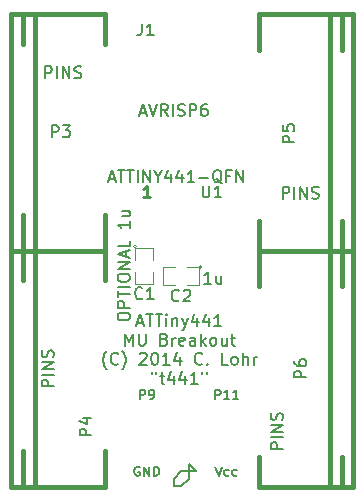
<source format=gto>
G04 (created by PCBNEW (2013-jul-07)-stable) date Wed 04 Feb 2015 01:06:01 PM EST*
%MOIN*%
G04 Gerber Fmt 3.4, Leading zero omitted, Abs format*
%FSLAX34Y34*%
G01*
G70*
G90*
G04 APERTURE LIST*
%ADD10C,0.00590551*%
%ADD11C,0.008*%
%ADD12C,0.00787402*%
%ADD13C,0.00984252*%
%ADD14C,0.0039*%
%ADD15C,0.015*%
G04 APERTURE END LIST*
G54D10*
G54D11*
X28029Y-24063D02*
X28219Y-24063D01*
X27991Y-24177D02*
X28124Y-23777D01*
X28257Y-24177D01*
X28333Y-23777D02*
X28562Y-23777D01*
X28448Y-24177D02*
X28448Y-23777D01*
X28638Y-23777D02*
X28867Y-23777D01*
X28752Y-24177D02*
X28752Y-23777D01*
X29000Y-24177D02*
X29000Y-23910D01*
X29000Y-23777D02*
X28981Y-23796D01*
X29000Y-23815D01*
X29019Y-23796D01*
X29000Y-23777D01*
X29000Y-23815D01*
X29191Y-23910D02*
X29191Y-24177D01*
X29191Y-23949D02*
X29210Y-23930D01*
X29248Y-23910D01*
X29305Y-23910D01*
X29343Y-23930D01*
X29362Y-23968D01*
X29362Y-24177D01*
X29514Y-23910D02*
X29610Y-24177D01*
X29705Y-23910D02*
X29610Y-24177D01*
X29571Y-24272D01*
X29552Y-24291D01*
X29514Y-24310D01*
X30029Y-23910D02*
X30029Y-24177D01*
X29933Y-23758D02*
X29838Y-24044D01*
X30086Y-24044D01*
X30410Y-23910D02*
X30410Y-24177D01*
X30314Y-23758D02*
X30219Y-24044D01*
X30467Y-24044D01*
X30829Y-24177D02*
X30600Y-24177D01*
X30714Y-24177D02*
X30714Y-23777D01*
X30676Y-23834D01*
X30638Y-23872D01*
X30600Y-23891D01*
X27619Y-24817D02*
X27619Y-24417D01*
X27752Y-24703D01*
X27886Y-24417D01*
X27886Y-24817D01*
X28076Y-24417D02*
X28076Y-24741D01*
X28095Y-24779D01*
X28114Y-24798D01*
X28152Y-24817D01*
X28229Y-24817D01*
X28267Y-24798D01*
X28286Y-24779D01*
X28305Y-24741D01*
X28305Y-24417D01*
X28933Y-24608D02*
X28991Y-24627D01*
X29010Y-24646D01*
X29029Y-24684D01*
X29029Y-24741D01*
X29010Y-24779D01*
X28991Y-24798D01*
X28952Y-24817D01*
X28800Y-24817D01*
X28800Y-24417D01*
X28933Y-24417D01*
X28971Y-24436D01*
X28991Y-24455D01*
X29010Y-24493D01*
X29010Y-24531D01*
X28991Y-24570D01*
X28971Y-24589D01*
X28933Y-24608D01*
X28800Y-24608D01*
X29200Y-24817D02*
X29200Y-24550D01*
X29200Y-24627D02*
X29219Y-24589D01*
X29238Y-24570D01*
X29276Y-24550D01*
X29314Y-24550D01*
X29600Y-24798D02*
X29562Y-24817D01*
X29486Y-24817D01*
X29448Y-24798D01*
X29429Y-24760D01*
X29429Y-24608D01*
X29448Y-24570D01*
X29486Y-24550D01*
X29562Y-24550D01*
X29600Y-24570D01*
X29619Y-24608D01*
X29619Y-24646D01*
X29429Y-24684D01*
X29962Y-24817D02*
X29962Y-24608D01*
X29943Y-24570D01*
X29905Y-24550D01*
X29829Y-24550D01*
X29791Y-24570D01*
X29962Y-24798D02*
X29924Y-24817D01*
X29829Y-24817D01*
X29791Y-24798D01*
X29771Y-24760D01*
X29771Y-24722D01*
X29791Y-24684D01*
X29829Y-24665D01*
X29924Y-24665D01*
X29962Y-24646D01*
X30152Y-24817D02*
X30152Y-24417D01*
X30191Y-24665D02*
X30305Y-24817D01*
X30305Y-24550D02*
X30152Y-24703D01*
X30533Y-24817D02*
X30495Y-24798D01*
X30476Y-24779D01*
X30457Y-24741D01*
X30457Y-24627D01*
X30476Y-24589D01*
X30495Y-24570D01*
X30533Y-24550D01*
X30591Y-24550D01*
X30629Y-24570D01*
X30648Y-24589D01*
X30667Y-24627D01*
X30667Y-24741D01*
X30648Y-24779D01*
X30629Y-24798D01*
X30591Y-24817D01*
X30533Y-24817D01*
X31010Y-24550D02*
X31010Y-24817D01*
X30838Y-24550D02*
X30838Y-24760D01*
X30857Y-24798D01*
X30895Y-24817D01*
X30952Y-24817D01*
X30991Y-24798D01*
X31010Y-24779D01*
X31143Y-24550D02*
X31295Y-24550D01*
X31200Y-24417D02*
X31200Y-24760D01*
X31219Y-24798D01*
X31257Y-24817D01*
X31295Y-24817D01*
X27010Y-25610D02*
X26991Y-25590D01*
X26952Y-25533D01*
X26933Y-25495D01*
X26914Y-25438D01*
X26895Y-25343D01*
X26895Y-25267D01*
X26914Y-25171D01*
X26933Y-25114D01*
X26952Y-25076D01*
X26991Y-25019D01*
X27010Y-25000D01*
X27391Y-25419D02*
X27371Y-25438D01*
X27314Y-25457D01*
X27276Y-25457D01*
X27219Y-25438D01*
X27181Y-25400D01*
X27162Y-25362D01*
X27143Y-25286D01*
X27143Y-25229D01*
X27162Y-25152D01*
X27181Y-25114D01*
X27219Y-25076D01*
X27276Y-25057D01*
X27314Y-25057D01*
X27371Y-25076D01*
X27391Y-25095D01*
X27524Y-25610D02*
X27543Y-25590D01*
X27581Y-25533D01*
X27600Y-25495D01*
X27619Y-25438D01*
X27638Y-25343D01*
X27638Y-25267D01*
X27619Y-25171D01*
X27600Y-25114D01*
X27581Y-25076D01*
X27543Y-25019D01*
X27524Y-25000D01*
X28114Y-25095D02*
X28133Y-25076D01*
X28171Y-25057D01*
X28267Y-25057D01*
X28305Y-25076D01*
X28324Y-25095D01*
X28343Y-25133D01*
X28343Y-25171D01*
X28324Y-25229D01*
X28095Y-25457D01*
X28343Y-25457D01*
X28591Y-25057D02*
X28629Y-25057D01*
X28667Y-25076D01*
X28686Y-25095D01*
X28705Y-25133D01*
X28724Y-25210D01*
X28724Y-25305D01*
X28705Y-25381D01*
X28686Y-25419D01*
X28667Y-25438D01*
X28629Y-25457D01*
X28591Y-25457D01*
X28552Y-25438D01*
X28533Y-25419D01*
X28514Y-25381D01*
X28495Y-25305D01*
X28495Y-25210D01*
X28514Y-25133D01*
X28533Y-25095D01*
X28552Y-25076D01*
X28591Y-25057D01*
X29105Y-25457D02*
X28876Y-25457D01*
X28991Y-25457D02*
X28991Y-25057D01*
X28952Y-25114D01*
X28914Y-25152D01*
X28876Y-25171D01*
X29448Y-25190D02*
X29448Y-25457D01*
X29352Y-25038D02*
X29257Y-25324D01*
X29505Y-25324D01*
X30191Y-25419D02*
X30171Y-25438D01*
X30114Y-25457D01*
X30076Y-25457D01*
X30019Y-25438D01*
X29981Y-25400D01*
X29962Y-25362D01*
X29943Y-25286D01*
X29943Y-25229D01*
X29962Y-25152D01*
X29981Y-25114D01*
X30019Y-25076D01*
X30076Y-25057D01*
X30114Y-25057D01*
X30171Y-25076D01*
X30191Y-25095D01*
X30362Y-25419D02*
X30381Y-25438D01*
X30362Y-25457D01*
X30343Y-25438D01*
X30362Y-25419D01*
X30362Y-25457D01*
X31048Y-25457D02*
X30857Y-25457D01*
X30857Y-25057D01*
X31238Y-25457D02*
X31200Y-25438D01*
X31181Y-25419D01*
X31162Y-25381D01*
X31162Y-25267D01*
X31181Y-25229D01*
X31200Y-25210D01*
X31238Y-25190D01*
X31295Y-25190D01*
X31333Y-25210D01*
X31352Y-25229D01*
X31371Y-25267D01*
X31371Y-25381D01*
X31352Y-25419D01*
X31333Y-25438D01*
X31295Y-25457D01*
X31238Y-25457D01*
X31543Y-25457D02*
X31543Y-25057D01*
X31714Y-25457D02*
X31714Y-25248D01*
X31695Y-25210D01*
X31657Y-25190D01*
X31600Y-25190D01*
X31562Y-25210D01*
X31543Y-25229D01*
X31905Y-25457D02*
X31905Y-25190D01*
X31905Y-25267D02*
X31924Y-25229D01*
X31943Y-25210D01*
X31981Y-25190D01*
X32019Y-25190D01*
X28514Y-25697D02*
X28514Y-25773D01*
X28667Y-25697D02*
X28667Y-25773D01*
X28781Y-25830D02*
X28933Y-25830D01*
X28838Y-25697D02*
X28838Y-26040D01*
X28857Y-26078D01*
X28895Y-26097D01*
X28933Y-26097D01*
X29238Y-25830D02*
X29238Y-26097D01*
X29143Y-25678D02*
X29048Y-25964D01*
X29295Y-25964D01*
X29619Y-25830D02*
X29619Y-26097D01*
X29524Y-25678D02*
X29429Y-25964D01*
X29676Y-25964D01*
X30038Y-26097D02*
X29810Y-26097D01*
X29924Y-26097D02*
X29924Y-25697D01*
X29886Y-25754D01*
X29848Y-25792D01*
X29810Y-25811D01*
X30191Y-25697D02*
X30191Y-25773D01*
X30343Y-25697D02*
X30343Y-25773D01*
G54D12*
X29500Y-29500D02*
X29250Y-29500D01*
X29750Y-29250D02*
X29500Y-29500D01*
X29750Y-29000D02*
X29750Y-29250D01*
X29750Y-28750D02*
X29750Y-29000D01*
X30000Y-29000D02*
X29750Y-28750D01*
X29750Y-29000D02*
X30000Y-29000D01*
X29750Y-28750D02*
X29750Y-29000D01*
X29750Y-29000D02*
X29750Y-28750D01*
X29500Y-29000D02*
X29750Y-29000D01*
X29250Y-29250D02*
X29500Y-29000D01*
X29250Y-29500D02*
X29250Y-29250D01*
G54D13*
X28458Y-19883D02*
X28233Y-19883D01*
X28346Y-19883D02*
X28346Y-19490D01*
X28308Y-19546D01*
X28271Y-19583D01*
X28233Y-19602D01*
G54D14*
X30200Y-22200D02*
G75*
G03X30200Y-22200I-50J0D01*
G74*
G01*
X29700Y-22200D02*
X30100Y-22200D01*
X30100Y-22200D02*
X30100Y-22800D01*
X30100Y-22800D02*
X29700Y-22800D01*
X29300Y-22800D02*
X28900Y-22800D01*
X28900Y-22800D02*
X28900Y-22200D01*
X28900Y-22200D02*
X29300Y-22200D01*
X28017Y-21515D02*
G75*
G03X28017Y-21515I-50J0D01*
G74*
G01*
X27967Y-21965D02*
X27967Y-21565D01*
X27967Y-21565D02*
X28567Y-21565D01*
X28567Y-21565D02*
X28567Y-21965D01*
X28567Y-22365D02*
X28567Y-22765D01*
X28567Y-22765D02*
X27967Y-22765D01*
X27967Y-22765D02*
X27967Y-22365D01*
G54D15*
X26968Y-13779D02*
X23818Y-13779D01*
X26968Y-21653D02*
X23818Y-21653D01*
X23818Y-21653D02*
X23818Y-13779D01*
X24606Y-13779D02*
X24606Y-21653D01*
X26968Y-20472D02*
X26968Y-21653D01*
X24212Y-21653D02*
X24212Y-20472D01*
X26968Y-14763D02*
X26968Y-13779D01*
X24212Y-13779D02*
X24212Y-14763D01*
X26968Y-21653D02*
X23818Y-21653D01*
X26968Y-29527D02*
X23818Y-29527D01*
X23818Y-29527D02*
X23818Y-21653D01*
X24606Y-21653D02*
X24606Y-29527D01*
X26968Y-28346D02*
X26968Y-29527D01*
X24212Y-29527D02*
X24212Y-28346D01*
X26968Y-22637D02*
X26968Y-21653D01*
X24212Y-21653D02*
X24212Y-22637D01*
X32086Y-21653D02*
X35236Y-21653D01*
X32086Y-13779D02*
X35236Y-13779D01*
X35236Y-13779D02*
X35236Y-21653D01*
X34448Y-21653D02*
X34448Y-13779D01*
X32086Y-14960D02*
X32086Y-13779D01*
X34842Y-13779D02*
X34842Y-14960D01*
X32086Y-20669D02*
X32086Y-21653D01*
X34842Y-21653D02*
X34842Y-20669D01*
X32086Y-29527D02*
X35236Y-29527D01*
X32086Y-21653D02*
X35236Y-21653D01*
X35236Y-21653D02*
X35236Y-29527D01*
X34448Y-29527D02*
X34448Y-21653D01*
X32086Y-22834D02*
X32086Y-21653D01*
X34842Y-21653D02*
X34842Y-22834D01*
X32086Y-28543D02*
X32086Y-29527D01*
X34842Y-29527D02*
X34842Y-28543D01*
G54D10*
X29422Y-23310D02*
X29403Y-23329D01*
X29347Y-23348D01*
X29310Y-23348D01*
X29253Y-23329D01*
X29216Y-23292D01*
X29197Y-23254D01*
X29178Y-23179D01*
X29178Y-23123D01*
X29197Y-23048D01*
X29216Y-23010D01*
X29253Y-22973D01*
X29310Y-22954D01*
X29347Y-22954D01*
X29403Y-22973D01*
X29422Y-22992D01*
X29572Y-22992D02*
X29591Y-22973D01*
X29628Y-22954D01*
X29722Y-22954D01*
X29760Y-22973D01*
X29778Y-22992D01*
X29797Y-23029D01*
X29797Y-23067D01*
X29778Y-23123D01*
X29553Y-23348D01*
X29797Y-23348D01*
X30485Y-22757D02*
X30260Y-22757D01*
X30373Y-22757D02*
X30373Y-22364D01*
X30335Y-22420D01*
X30298Y-22457D01*
X30260Y-22476D01*
X30823Y-22495D02*
X30823Y-22757D01*
X30654Y-22495D02*
X30654Y-22701D01*
X30673Y-22739D01*
X30710Y-22757D01*
X30766Y-22757D01*
X30804Y-22739D01*
X30823Y-22720D01*
X28202Y-23232D02*
X28183Y-23250D01*
X28127Y-23269D01*
X28089Y-23269D01*
X28033Y-23250D01*
X27995Y-23213D01*
X27977Y-23175D01*
X27958Y-23100D01*
X27958Y-23044D01*
X27977Y-22969D01*
X27995Y-22932D01*
X28033Y-22894D01*
X28089Y-22875D01*
X28127Y-22875D01*
X28183Y-22894D01*
X28202Y-22913D01*
X28577Y-23269D02*
X28352Y-23269D01*
X28464Y-23269D02*
X28464Y-22875D01*
X28427Y-22932D01*
X28389Y-22969D01*
X28352Y-22988D01*
X27380Y-23889D02*
X27380Y-23814D01*
X27399Y-23776D01*
X27436Y-23739D01*
X27511Y-23720D01*
X27643Y-23720D01*
X27718Y-23739D01*
X27755Y-23776D01*
X27774Y-23814D01*
X27774Y-23889D01*
X27755Y-23926D01*
X27718Y-23964D01*
X27643Y-23982D01*
X27511Y-23982D01*
X27436Y-23964D01*
X27399Y-23926D01*
X27380Y-23889D01*
X27774Y-23551D02*
X27380Y-23551D01*
X27380Y-23401D01*
X27399Y-23364D01*
X27418Y-23345D01*
X27455Y-23326D01*
X27511Y-23326D01*
X27549Y-23345D01*
X27568Y-23364D01*
X27586Y-23401D01*
X27586Y-23551D01*
X27380Y-23214D02*
X27380Y-22989D01*
X27774Y-23101D02*
X27380Y-23101D01*
X27774Y-22858D02*
X27380Y-22858D01*
X27380Y-22595D02*
X27380Y-22520D01*
X27399Y-22483D01*
X27436Y-22445D01*
X27511Y-22426D01*
X27643Y-22426D01*
X27718Y-22445D01*
X27755Y-22483D01*
X27774Y-22520D01*
X27774Y-22595D01*
X27755Y-22633D01*
X27718Y-22670D01*
X27643Y-22689D01*
X27511Y-22689D01*
X27436Y-22670D01*
X27399Y-22633D01*
X27380Y-22595D01*
X27774Y-22258D02*
X27380Y-22258D01*
X27774Y-22033D01*
X27380Y-22033D01*
X27661Y-21864D02*
X27661Y-21676D01*
X27774Y-21901D02*
X27380Y-21770D01*
X27774Y-21639D01*
X27774Y-21320D02*
X27774Y-21508D01*
X27380Y-21508D01*
X27774Y-20683D02*
X27774Y-20908D01*
X27774Y-20795D02*
X27380Y-20795D01*
X27436Y-20833D01*
X27474Y-20870D01*
X27493Y-20908D01*
X27511Y-20345D02*
X27774Y-20345D01*
X27511Y-20514D02*
X27718Y-20514D01*
X27755Y-20495D01*
X27774Y-20458D01*
X27774Y-20402D01*
X27755Y-20364D01*
X27736Y-20345D01*
X28183Y-14085D02*
X28183Y-14366D01*
X28165Y-14423D01*
X28127Y-14460D01*
X28071Y-14479D01*
X28033Y-14479D01*
X28577Y-14479D02*
X28352Y-14479D01*
X28464Y-14479D02*
X28464Y-14085D01*
X28427Y-14141D01*
X28389Y-14179D01*
X28352Y-14198D01*
X28127Y-17054D02*
X28314Y-17054D01*
X28089Y-17167D02*
X28220Y-16773D01*
X28352Y-17167D01*
X28427Y-16773D02*
X28558Y-17167D01*
X28689Y-16773D01*
X29045Y-17167D02*
X28914Y-16979D01*
X28820Y-17167D02*
X28820Y-16773D01*
X28970Y-16773D01*
X29008Y-16792D01*
X29026Y-16811D01*
X29045Y-16848D01*
X29045Y-16904D01*
X29026Y-16942D01*
X29008Y-16961D01*
X28970Y-16979D01*
X28820Y-16979D01*
X29214Y-17167D02*
X29214Y-16773D01*
X29383Y-17148D02*
X29439Y-17167D01*
X29533Y-17167D01*
X29570Y-17148D01*
X29589Y-17129D01*
X29608Y-17092D01*
X29608Y-17054D01*
X29589Y-17017D01*
X29570Y-16998D01*
X29533Y-16979D01*
X29458Y-16961D01*
X29420Y-16942D01*
X29401Y-16923D01*
X29383Y-16886D01*
X29383Y-16848D01*
X29401Y-16811D01*
X29420Y-16792D01*
X29458Y-16773D01*
X29551Y-16773D01*
X29608Y-16792D01*
X29776Y-17167D02*
X29776Y-16773D01*
X29926Y-16773D01*
X29964Y-16792D01*
X29983Y-16811D01*
X30001Y-16848D01*
X30001Y-16904D01*
X29983Y-16942D01*
X29964Y-16961D01*
X29926Y-16979D01*
X29776Y-16979D01*
X30339Y-16773D02*
X30264Y-16773D01*
X30226Y-16792D01*
X30208Y-16811D01*
X30170Y-16867D01*
X30151Y-16942D01*
X30151Y-17092D01*
X30170Y-17129D01*
X30189Y-17148D01*
X30226Y-17167D01*
X30301Y-17167D01*
X30339Y-17148D01*
X30358Y-17129D01*
X30376Y-17092D01*
X30376Y-16998D01*
X30358Y-16961D01*
X30339Y-16942D01*
X30301Y-16923D01*
X30226Y-16923D01*
X30189Y-16942D01*
X30170Y-16961D01*
X30151Y-16998D01*
X30211Y-19490D02*
X30211Y-19808D01*
X30230Y-19846D01*
X30249Y-19865D01*
X30286Y-19883D01*
X30361Y-19883D01*
X30399Y-19865D01*
X30418Y-19846D01*
X30436Y-19808D01*
X30436Y-19490D01*
X30830Y-19883D02*
X30605Y-19883D01*
X30718Y-19883D02*
X30718Y-19490D01*
X30680Y-19546D01*
X30643Y-19583D01*
X30605Y-19602D01*
X27080Y-19259D02*
X27268Y-19259D01*
X27043Y-19371D02*
X27174Y-18978D01*
X27305Y-19371D01*
X27380Y-18978D02*
X27605Y-18978D01*
X27493Y-19371D02*
X27493Y-18978D01*
X27680Y-18978D02*
X27905Y-18978D01*
X27793Y-19371D02*
X27793Y-18978D01*
X28037Y-19371D02*
X28037Y-18978D01*
X28224Y-19371D02*
X28224Y-18978D01*
X28449Y-19371D01*
X28449Y-18978D01*
X28712Y-19184D02*
X28712Y-19371D01*
X28580Y-18978D02*
X28712Y-19184D01*
X28843Y-18978D01*
X29143Y-19109D02*
X29143Y-19371D01*
X29049Y-18959D02*
X28955Y-19240D01*
X29199Y-19240D01*
X29518Y-19109D02*
X29518Y-19371D01*
X29424Y-18959D02*
X29330Y-19240D01*
X29574Y-19240D01*
X29930Y-19371D02*
X29705Y-19371D01*
X29818Y-19371D02*
X29818Y-18978D01*
X29780Y-19034D01*
X29743Y-19071D01*
X29705Y-19090D01*
X30099Y-19221D02*
X30399Y-19221D01*
X30849Y-19409D02*
X30811Y-19390D01*
X30774Y-19353D01*
X30718Y-19296D01*
X30680Y-19278D01*
X30643Y-19278D01*
X30661Y-19371D02*
X30624Y-19353D01*
X30586Y-19315D01*
X30568Y-19240D01*
X30568Y-19109D01*
X30586Y-19034D01*
X30624Y-18997D01*
X30661Y-18978D01*
X30736Y-18978D01*
X30774Y-18997D01*
X30811Y-19034D01*
X30830Y-19109D01*
X30830Y-19240D01*
X30811Y-19315D01*
X30774Y-19353D01*
X30736Y-19371D01*
X30661Y-19371D01*
X31130Y-19165D02*
X30999Y-19165D01*
X30999Y-19371D02*
X30999Y-18978D01*
X31186Y-18978D01*
X31336Y-19371D02*
X31336Y-18978D01*
X31561Y-19371D01*
X31561Y-18978D01*
X25181Y-17875D02*
X25181Y-17482D01*
X25331Y-17482D01*
X25369Y-17500D01*
X25388Y-17519D01*
X25406Y-17557D01*
X25406Y-17613D01*
X25388Y-17650D01*
X25369Y-17669D01*
X25331Y-17688D01*
X25181Y-17688D01*
X25538Y-17482D02*
X25781Y-17482D01*
X25650Y-17632D01*
X25706Y-17632D01*
X25744Y-17650D01*
X25763Y-17669D01*
X25781Y-17707D01*
X25781Y-17800D01*
X25763Y-17838D01*
X25744Y-17857D01*
X25706Y-17875D01*
X25594Y-17875D01*
X25556Y-17857D01*
X25538Y-17838D01*
X24960Y-15907D02*
X24960Y-15513D01*
X25110Y-15513D01*
X25148Y-15532D01*
X25166Y-15551D01*
X25185Y-15588D01*
X25185Y-15644D01*
X25166Y-15682D01*
X25148Y-15701D01*
X25110Y-15719D01*
X24960Y-15719D01*
X25354Y-15907D02*
X25354Y-15513D01*
X25541Y-15907D02*
X25541Y-15513D01*
X25766Y-15907D01*
X25766Y-15513D01*
X25935Y-15888D02*
X25991Y-15907D01*
X26085Y-15907D01*
X26122Y-15888D01*
X26141Y-15869D01*
X26160Y-15832D01*
X26160Y-15794D01*
X26141Y-15757D01*
X26122Y-15738D01*
X26085Y-15719D01*
X26010Y-15701D01*
X25973Y-15682D01*
X25954Y-15663D01*
X25935Y-15626D01*
X25935Y-15588D01*
X25954Y-15551D01*
X25973Y-15532D01*
X26010Y-15513D01*
X26104Y-15513D01*
X26160Y-15532D01*
X26497Y-27810D02*
X26104Y-27810D01*
X26104Y-27660D01*
X26122Y-27622D01*
X26141Y-27604D01*
X26179Y-27585D01*
X26235Y-27585D01*
X26272Y-27604D01*
X26291Y-27622D01*
X26310Y-27660D01*
X26310Y-27810D01*
X26235Y-27247D02*
X26497Y-27247D01*
X26085Y-27341D02*
X26366Y-27435D01*
X26366Y-27191D01*
X25238Y-26181D02*
X24844Y-26181D01*
X24844Y-26031D01*
X24863Y-25993D01*
X24881Y-25974D01*
X24919Y-25956D01*
X24975Y-25956D01*
X25013Y-25974D01*
X25031Y-25993D01*
X25050Y-26031D01*
X25050Y-26181D01*
X25238Y-25787D02*
X24844Y-25787D01*
X25238Y-25599D02*
X24844Y-25599D01*
X25238Y-25374D01*
X24844Y-25374D01*
X25219Y-25206D02*
X25238Y-25149D01*
X25238Y-25056D01*
X25219Y-25018D01*
X25200Y-25000D01*
X25163Y-24981D01*
X25125Y-24981D01*
X25088Y-25000D01*
X25069Y-25018D01*
X25050Y-25056D01*
X25031Y-25131D01*
X25013Y-25168D01*
X24994Y-25187D01*
X24956Y-25206D01*
X24919Y-25206D01*
X24881Y-25187D01*
X24863Y-25168D01*
X24844Y-25131D01*
X24844Y-25037D01*
X24863Y-24981D01*
X33269Y-18046D02*
X32875Y-18046D01*
X32875Y-17896D01*
X32894Y-17859D01*
X32913Y-17840D01*
X32950Y-17821D01*
X33007Y-17821D01*
X33044Y-17840D01*
X33063Y-17859D01*
X33082Y-17896D01*
X33082Y-18046D01*
X32875Y-17465D02*
X32875Y-17652D01*
X33063Y-17671D01*
X33044Y-17652D01*
X33025Y-17615D01*
X33025Y-17521D01*
X33044Y-17484D01*
X33063Y-17465D01*
X33100Y-17446D01*
X33194Y-17446D01*
X33232Y-17465D01*
X33250Y-17484D01*
X33269Y-17521D01*
X33269Y-17615D01*
X33250Y-17652D01*
X33232Y-17671D01*
X32874Y-19923D02*
X32874Y-19529D01*
X33023Y-19529D01*
X33061Y-19548D01*
X33080Y-19566D01*
X33098Y-19604D01*
X33098Y-19660D01*
X33080Y-19698D01*
X33061Y-19716D01*
X33023Y-19735D01*
X32874Y-19735D01*
X33267Y-19923D02*
X33267Y-19529D01*
X33455Y-19923D02*
X33455Y-19529D01*
X33680Y-19923D01*
X33680Y-19529D01*
X33848Y-19904D02*
X33905Y-19923D01*
X33998Y-19923D01*
X34036Y-19904D01*
X34055Y-19885D01*
X34073Y-19848D01*
X34073Y-19810D01*
X34055Y-19773D01*
X34036Y-19754D01*
X33998Y-19735D01*
X33923Y-19716D01*
X33886Y-19698D01*
X33867Y-19679D01*
X33848Y-19641D01*
X33848Y-19604D01*
X33867Y-19566D01*
X33886Y-19548D01*
X33923Y-19529D01*
X34017Y-19529D01*
X34073Y-19548D01*
X33663Y-25881D02*
X33269Y-25881D01*
X33269Y-25731D01*
X33288Y-25693D01*
X33307Y-25674D01*
X33344Y-25656D01*
X33400Y-25656D01*
X33438Y-25674D01*
X33457Y-25693D01*
X33475Y-25731D01*
X33475Y-25881D01*
X33269Y-25318D02*
X33269Y-25393D01*
X33288Y-25431D01*
X33307Y-25449D01*
X33363Y-25487D01*
X33438Y-25506D01*
X33588Y-25506D01*
X33625Y-25487D01*
X33644Y-25468D01*
X33663Y-25431D01*
X33663Y-25356D01*
X33644Y-25318D01*
X33625Y-25299D01*
X33588Y-25281D01*
X33494Y-25281D01*
X33457Y-25299D01*
X33438Y-25318D01*
X33419Y-25356D01*
X33419Y-25431D01*
X33438Y-25468D01*
X33457Y-25487D01*
X33494Y-25506D01*
X32875Y-28267D02*
X32482Y-28267D01*
X32482Y-28117D01*
X32500Y-28080D01*
X32519Y-28061D01*
X32557Y-28042D01*
X32613Y-28042D01*
X32650Y-28061D01*
X32669Y-28080D01*
X32688Y-28117D01*
X32688Y-28267D01*
X32875Y-27874D02*
X32482Y-27874D01*
X32875Y-27686D02*
X32482Y-27686D01*
X32875Y-27461D01*
X32482Y-27461D01*
X32857Y-27292D02*
X32875Y-27236D01*
X32875Y-27142D01*
X32857Y-27105D01*
X32838Y-27086D01*
X32800Y-27067D01*
X32763Y-27067D01*
X32725Y-27086D01*
X32707Y-27105D01*
X32688Y-27142D01*
X32669Y-27217D01*
X32650Y-27255D01*
X32632Y-27274D01*
X32594Y-27292D01*
X32557Y-27292D01*
X32519Y-27274D01*
X32500Y-27255D01*
X32482Y-27217D01*
X32482Y-27124D01*
X32500Y-27067D01*
X30627Y-26601D02*
X30627Y-26291D01*
X30745Y-26291D01*
X30775Y-26306D01*
X30789Y-26321D01*
X30804Y-26350D01*
X30804Y-26395D01*
X30789Y-26424D01*
X30775Y-26439D01*
X30745Y-26454D01*
X30627Y-26454D01*
X31099Y-26601D02*
X30922Y-26601D01*
X31011Y-26601D02*
X31011Y-26291D01*
X30981Y-26336D01*
X30952Y-26365D01*
X30922Y-26380D01*
X31395Y-26601D02*
X31217Y-26601D01*
X31306Y-26601D02*
X31306Y-26291D01*
X31277Y-26336D01*
X31247Y-26365D01*
X31217Y-26380D01*
X30634Y-28850D02*
X30738Y-29160D01*
X30841Y-28850D01*
X31077Y-29146D02*
X31048Y-29160D01*
X30989Y-29160D01*
X30959Y-29146D01*
X30944Y-29131D01*
X30930Y-29101D01*
X30930Y-29013D01*
X30944Y-28983D01*
X30959Y-28969D01*
X30989Y-28954D01*
X31048Y-28954D01*
X31077Y-28969D01*
X31343Y-29146D02*
X31313Y-29160D01*
X31254Y-29160D01*
X31225Y-29146D01*
X31210Y-29131D01*
X31195Y-29101D01*
X31195Y-29013D01*
X31210Y-28983D01*
X31225Y-28969D01*
X31254Y-28954D01*
X31313Y-28954D01*
X31343Y-28969D01*
X28117Y-26601D02*
X28117Y-26291D01*
X28235Y-26291D01*
X28265Y-26306D01*
X28280Y-26321D01*
X28294Y-26350D01*
X28294Y-26395D01*
X28280Y-26424D01*
X28265Y-26439D01*
X28235Y-26454D01*
X28117Y-26454D01*
X28442Y-26601D02*
X28501Y-26601D01*
X28530Y-26587D01*
X28545Y-26572D01*
X28575Y-26528D01*
X28590Y-26468D01*
X28590Y-26350D01*
X28575Y-26321D01*
X28560Y-26306D01*
X28530Y-26291D01*
X28471Y-26291D01*
X28442Y-26306D01*
X28427Y-26321D01*
X28412Y-26350D01*
X28412Y-26424D01*
X28427Y-26454D01*
X28442Y-26468D01*
X28471Y-26483D01*
X28530Y-26483D01*
X28560Y-26468D01*
X28575Y-26454D01*
X28590Y-26424D01*
X28110Y-28865D02*
X28080Y-28850D01*
X28036Y-28850D01*
X27992Y-28865D01*
X27962Y-28895D01*
X27947Y-28924D01*
X27933Y-28983D01*
X27933Y-29028D01*
X27947Y-29087D01*
X27962Y-29116D01*
X27992Y-29146D01*
X28036Y-29160D01*
X28065Y-29160D01*
X28110Y-29146D01*
X28125Y-29131D01*
X28125Y-29028D01*
X28065Y-29028D01*
X28257Y-29160D02*
X28257Y-28850D01*
X28435Y-29160D01*
X28435Y-28850D01*
X28582Y-29160D02*
X28582Y-28850D01*
X28656Y-28850D01*
X28700Y-28865D01*
X28730Y-28895D01*
X28745Y-28924D01*
X28759Y-28983D01*
X28759Y-29028D01*
X28745Y-29087D01*
X28730Y-29116D01*
X28700Y-29146D01*
X28656Y-29160D01*
X28582Y-29160D01*
M02*

</source>
